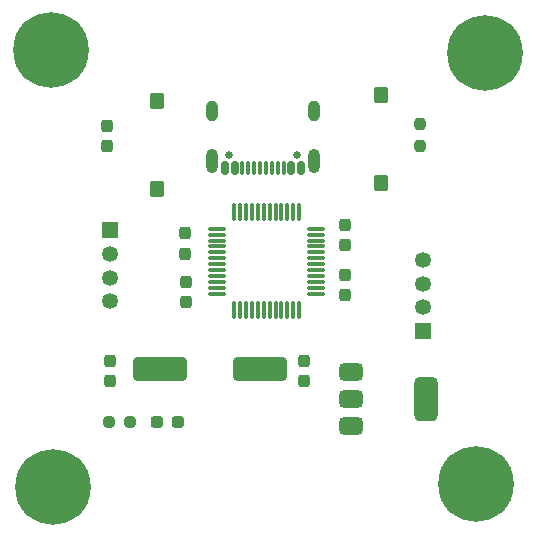
<source format=gbr>
%TF.GenerationSoftware,KiCad,Pcbnew,9.0.7*%
%TF.CreationDate,2026-02-19T19:24:31+05:30*%
%TF.ProjectId,pcb-n-as5600,7063622d-6e2d-4617-9335-3630302e6b69,rev?*%
%TF.SameCoordinates,Original*%
%TF.FileFunction,Soldermask,Top*%
%TF.FilePolarity,Negative*%
%FSLAX46Y46*%
G04 Gerber Fmt 4.6, Leading zero omitted, Abs format (unit mm)*
G04 Created by KiCad (PCBNEW 9.0.7) date 2026-02-19 19:24:31*
%MOMM*%
%LPD*%
G01*
G04 APERTURE LIST*
G04 Aperture macros list*
%AMRoundRect*
0 Rectangle with rounded corners*
0 $1 Rounding radius*
0 $2 $3 $4 $5 $6 $7 $8 $9 X,Y pos of 4 corners*
0 Add a 4 corners polygon primitive as box body*
4,1,4,$2,$3,$4,$5,$6,$7,$8,$9,$2,$3,0*
0 Add four circle primitives for the rounded corners*
1,1,$1+$1,$2,$3*
1,1,$1+$1,$4,$5*
1,1,$1+$1,$6,$7*
1,1,$1+$1,$8,$9*
0 Add four rect primitives between the rounded corners*
20,1,$1+$1,$2,$3,$4,$5,0*
20,1,$1+$1,$4,$5,$6,$7,0*
20,1,$1+$1,$6,$7,$8,$9,0*
20,1,$1+$1,$8,$9,$2,$3,0*%
G04 Aperture macros list end*
%ADD10RoundRect,0.237500X0.237500X-0.300000X0.237500X0.300000X-0.237500X0.300000X-0.237500X-0.300000X0*%
%ADD11RoundRect,0.237500X0.287500X0.237500X-0.287500X0.237500X-0.287500X-0.237500X0.287500X-0.237500X0*%
%ADD12RoundRect,0.102000X0.500000X-0.550000X0.500000X0.550000X-0.500000X0.550000X-0.500000X-0.550000X0*%
%ADD13RoundRect,0.102000X-0.500000X0.550000X-0.500000X-0.550000X0.500000X-0.550000X0.500000X0.550000X0*%
%ADD14C,0.650000*%
%ADD15RoundRect,0.150000X0.150000X0.425000X-0.150000X0.425000X-0.150000X-0.425000X0.150000X-0.425000X0*%
%ADD16RoundRect,0.075000X0.075000X0.500000X-0.075000X0.500000X-0.075000X-0.500000X0.075000X-0.500000X0*%
%ADD17O,1.000000X2.100000*%
%ADD18O,1.000000X1.800000*%
%ADD19C,6.400000*%
%ADD20C,1.350000*%
%ADD21R,1.350000X1.350000*%
%ADD22RoundRect,0.250000X-2.000000X-0.750000X2.000000X-0.750000X2.000000X0.750000X-2.000000X0.750000X0*%
%ADD23RoundRect,0.237500X0.250000X0.237500X-0.250000X0.237500X-0.250000X-0.237500X0.250000X-0.237500X0*%
%ADD24RoundRect,0.237500X-0.237500X0.300000X-0.237500X-0.300000X0.237500X-0.300000X0.237500X0.300000X0*%
%ADD25RoundRect,0.237500X-0.237500X0.250000X-0.237500X-0.250000X0.237500X-0.250000X0.237500X0.250000X0*%
%ADD26RoundRect,0.375000X-0.625000X-0.375000X0.625000X-0.375000X0.625000X0.375000X-0.625000X0.375000X0*%
%ADD27RoundRect,0.500000X-0.500000X-1.400000X0.500000X-1.400000X0.500000X1.400000X-0.500000X1.400000X0*%
%ADD28RoundRect,0.075000X0.075000X-0.662500X0.075000X0.662500X-0.075000X0.662500X-0.075000X-0.662500X0*%
%ADD29RoundRect,0.075000X0.662500X-0.075000X0.662500X0.075000X-0.662500X0.075000X-0.662500X-0.075000X0*%
G04 APERTURE END LIST*
D10*
%TO.C,C1*%
X145750000Y-88100000D03*
X145750000Y-89825000D03*
%TD*%
D11*
%TO.C,D1*%
X143250000Y-100000000D03*
X145000000Y-100000000D03*
%TD*%
D10*
%TO.C,C11*%
X159210000Y-83275000D03*
X159210000Y-85000000D03*
%TD*%
D12*
%TO.C,S2*%
X143250000Y-80250000D03*
X143250000Y-72750000D03*
%TD*%
D13*
%TO.C,S1*%
X162250000Y-72250000D03*
X162250000Y-79750000D03*
%TD*%
D14*
%TO.C,J6*%
X155140000Y-77355000D03*
X149360000Y-77355000D03*
D15*
X155450000Y-78430000D03*
X154650000Y-78430000D03*
D16*
X153500000Y-78430000D03*
X152500000Y-78430000D03*
X152000000Y-78430000D03*
X151000000Y-78430000D03*
D15*
X149850000Y-78430000D03*
X149050000Y-78430000D03*
X149050000Y-78430000D03*
X149850000Y-78430000D03*
D16*
X150500000Y-78430000D03*
X151500000Y-78430000D03*
X153000000Y-78430000D03*
X154000000Y-78430000D03*
D15*
X154650000Y-78430000D03*
X155450000Y-78430000D03*
D17*
X156570000Y-77855000D03*
D18*
X156570000Y-73675000D03*
D17*
X147930000Y-77855000D03*
D18*
X147930000Y-73675000D03*
%TD*%
D19*
%TO.C,H2*%
X134250000Y-68500000D03*
%TD*%
D20*
%TO.C,J2*%
X165750000Y-86250000D03*
X165750000Y-88250000D03*
X165750000Y-90250000D03*
D21*
X165750000Y-92250000D03*
%TD*%
D22*
%TO.C,Y2*%
X152000000Y-95500000D03*
X143500000Y-95500000D03*
%TD*%
D19*
%TO.C,H1*%
X134500000Y-105500000D03*
%TD*%
D23*
%TO.C,R16*%
X139175000Y-100000000D03*
X141000000Y-100000000D03*
%TD*%
D24*
%TO.C,C3*%
X159210000Y-89225000D03*
X159210000Y-87500000D03*
%TD*%
D10*
%TO.C,C2*%
X145613572Y-83987500D03*
X145613572Y-85712500D03*
%TD*%
D19*
%TO.C,H4*%
X170250000Y-105250000D03*
%TD*%
D25*
%TO.C,R9*%
X165500000Y-76575000D03*
X165500000Y-74750000D03*
%TD*%
D19*
%TO.C,H3*%
X171000000Y-68750000D03*
%TD*%
D21*
%TO.C,J1*%
X139250000Y-83750000D03*
D20*
X139250000Y-85750000D03*
X139250000Y-87750000D03*
X139250000Y-89750000D03*
%TD*%
D26*
%TO.C,U1*%
X159700000Y-95700000D03*
X159700000Y-98000000D03*
D27*
X166000000Y-98000000D03*
D26*
X159700000Y-100300000D03*
%TD*%
D28*
%TO.C,U5*%
X149797888Y-90512500D03*
X150297888Y-90512500D03*
X150797888Y-90512500D03*
X151297888Y-90512500D03*
X151797888Y-90512500D03*
X152297888Y-90512500D03*
X152797888Y-90512500D03*
X153297888Y-90512500D03*
X153797888Y-90512500D03*
X154297888Y-90512500D03*
X154797888Y-90512500D03*
X155297888Y-90512500D03*
D29*
X156710388Y-89100000D03*
X156710388Y-88600000D03*
X156710388Y-88100000D03*
X156710388Y-87600000D03*
X156710388Y-87100000D03*
X156710388Y-86600000D03*
X156710388Y-86100000D03*
X156710388Y-85600000D03*
X156710388Y-85100000D03*
X156710388Y-84600000D03*
X156710388Y-84100000D03*
X156710388Y-83600000D03*
D28*
X155297888Y-82187500D03*
X154797888Y-82187500D03*
X154297888Y-82187500D03*
X153797888Y-82187500D03*
X153297888Y-82187500D03*
X152797888Y-82187500D03*
X152297888Y-82187500D03*
X151797888Y-82187500D03*
X151297888Y-82187500D03*
X150797888Y-82187500D03*
X150297888Y-82187500D03*
X149797888Y-82187500D03*
D29*
X148385388Y-83600000D03*
X148385388Y-84100000D03*
X148385388Y-84600000D03*
X148385388Y-85100000D03*
X148385388Y-85600000D03*
X148385388Y-86100000D03*
X148385388Y-86600000D03*
X148385388Y-87100000D03*
X148385388Y-87600000D03*
X148385388Y-88100000D03*
X148385388Y-88600000D03*
X148385388Y-89100000D03*
%TD*%
D24*
%TO.C,C13*%
X139250000Y-96500000D03*
X139250000Y-94775000D03*
%TD*%
%TO.C,C14*%
X139000000Y-76612500D03*
X139000000Y-74887500D03*
%TD*%
%TO.C,C10*%
X155750000Y-96500000D03*
X155750000Y-94775000D03*
%TD*%
M02*

</source>
